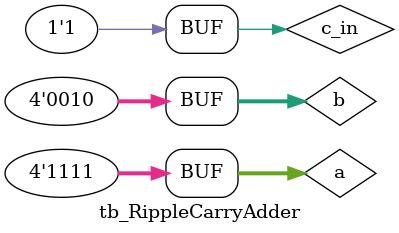
<source format=v>
`timescale 1ns/1ps
`include "RippleCarryAdder.v"
`include "FullAdder.v"
module tb_RippleCarryAdder;
   reg [3:0] a;
   reg [3:0] b; 
   reg c_in;
   wire [3:0] sum;
   wire c_out;

   
   RippleCarryAdder uut(.a(a), .b(b), .c_in(c_in), .sum(sum), .c_out(c_out));
   
   initial
   begin
      $dumpfile("tb_RippleCarryAdder.vcd");
      $dumpvars(0,tb_RippleCarryAdder); 

       a = 0;
       b = 0;
       c_in = 1;
       #10;

       a = 1;
       b = 1;
       c_in = 0;
       #10;

       a = 1;
       b = 0;
       c_in = 0;
       #10;

       a = 8;
       b = 0;
       c_in = 1;
       #10;

       a = 15;
       b = 0;
       c_in = 0;
       #10;

       a = 15;
       b = 1;
       c_in = 0;
       #10;

       a = 15;
       b = 2;
       c_in = 1;
       #10;

       $display("Test complete");
   end

endmodule
</source>
